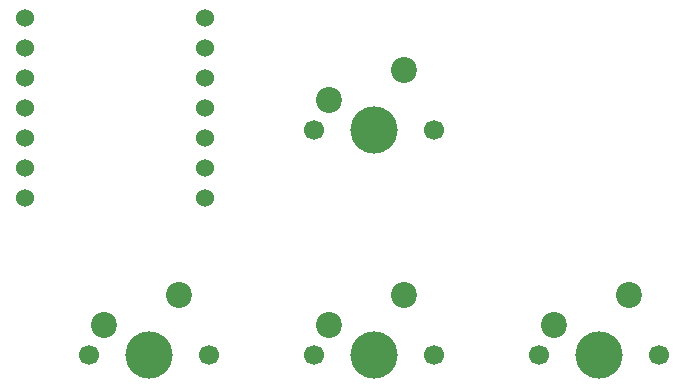
<source format=gbr>
%TF.GenerationSoftware,KiCad,Pcbnew,9.0.6*%
%TF.CreationDate,2025-11-24T17:16:53-08:00*%
%TF.ProjectId,Hackpad,4861636b-7061-4642-9e6b-696361645f70,rev?*%
%TF.SameCoordinates,Original*%
%TF.FileFunction,Soldermask,Bot*%
%TF.FilePolarity,Negative*%
%FSLAX46Y46*%
G04 Gerber Fmt 4.6, Leading zero omitted, Abs format (unit mm)*
G04 Created by KiCad (PCBNEW 9.0.6) date 2025-11-24 17:16:53*
%MOMM*%
%LPD*%
G01*
G04 APERTURE LIST*
%ADD10C,1.524000*%
%ADD11C,1.700000*%
%ADD12C,4.000000*%
%ADD13C,2.200000*%
G04 APERTURE END LIST*
D10*
%TO.C,U1*%
X125650000Y-86978500D03*
X125650000Y-89518500D03*
X125650000Y-92058500D03*
X125650000Y-94598500D03*
X125650000Y-97138500D03*
X125650000Y-99678500D03*
X125650000Y-102218500D03*
X140890000Y-102218500D03*
X140890000Y-99678500D03*
X140890000Y-97138500D03*
X140890000Y-94598500D03*
X140890000Y-92058500D03*
X140890000Y-89518500D03*
X140890000Y-86978500D03*
%TD*%
D11*
%TO.C,SW2*%
X131080000Y-115490000D03*
D12*
X136160000Y-115490000D03*
D11*
X141240000Y-115490000D03*
D13*
X138700000Y-110410000D03*
X132350000Y-112950000D03*
%TD*%
D11*
%TO.C,SW3*%
X150130000Y-115490000D03*
D12*
X155210000Y-115490000D03*
D11*
X160290000Y-115490000D03*
D13*
X157750000Y-110410000D03*
X151400000Y-112950000D03*
%TD*%
D11*
%TO.C,SW1*%
X150130000Y-96440000D03*
D12*
X155210000Y-96440000D03*
D11*
X160290000Y-96440000D03*
D13*
X157750000Y-91360000D03*
X151400000Y-93900000D03*
%TD*%
D11*
%TO.C,SW4*%
X169180000Y-115490000D03*
D12*
X174260000Y-115490000D03*
D11*
X179340000Y-115490000D03*
D13*
X176800000Y-110410000D03*
X170450000Y-112950000D03*
%TD*%
M02*

</source>
